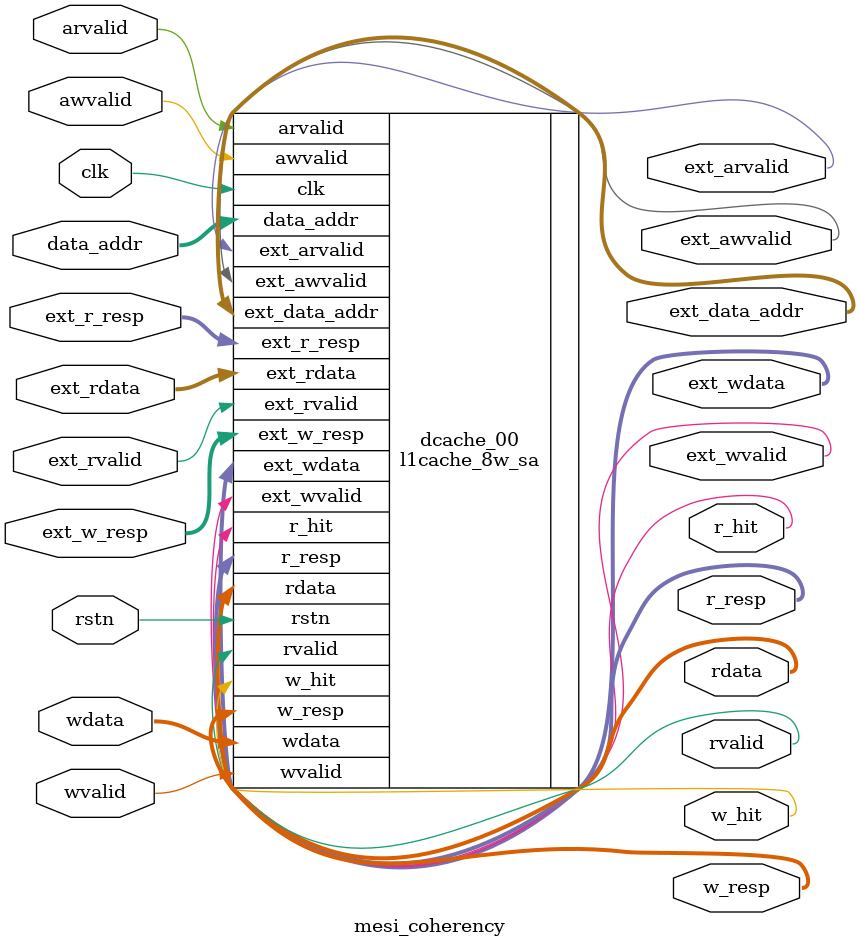
<source format=v>
`include "l1cache_8w_sa.v"
`include "coherency_controller.v"

module mesi_coherency (
	input clk,
	input rstn,
	input [19:0] data_addr,
	input [31:0] wdata,
	input awvalid,
	input arvalid,
	input wvalid,
	output reg rvalid,
	output reg [31:0] rdata,
	output reg w_hit,
	output reg r_hit,
	output reg [1:0] w_resp,
	output reg [1:0] r_resp, 
	output reg [19:0] ext_data_addr,
	output reg [31:0] ext_wdata,
	output reg ext_awvalid,
	output reg ext_arvalid,
	output reg ext_wvalid,
	input ext_rvalid,
	input [31:0] ext_rdata,
	input [1:0] ext_w_resp,
	input [1:0] ext_r_resp	
);

l1cache_8w_sa #(.NUM_BLOCK(1024)) dcache_00 (
	.clk (clk),
	.rstn (rstn),
	.data_addr (data_addr),
	.wdata (wdata),
	.awvalid (awvalid),
	.arvalid (arvalid),
	.wvalid (wvalid),
	.rvalid (rvalid),
	.rdata (rdata),
	.w_hit (w_hit),
	.r_hit (r_hit),
	.w_resp (w_resp),
	.r_resp (r_resp), 
	.ext_data_addr (ext_data_addr),
	.ext_wdata (ext_wdata),
	.ext_awvalid (ext_awvalid),
	.ext_arvalid (ext_arvalid),
	.ext_wvalid (ext_wvalid),
	.ext_rvalid (ext_rvalid),
	.ext_rdata (ext_rdata),
	.ext_w_resp (ext_w_resp),
	.ext_r_resp (ext_r_resp) 
);

coherency_controller mesi_00 (
);

endmodule

</source>
